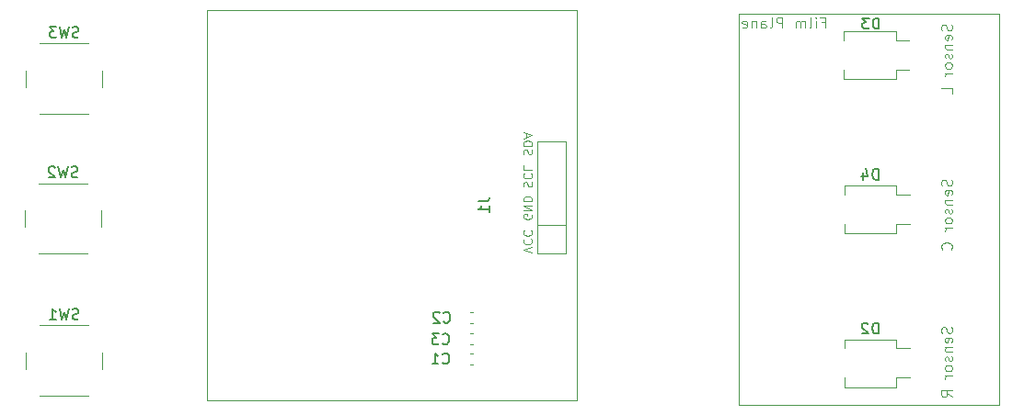
<source format=gbr>
%TF.GenerationSoftware,KiCad,Pcbnew,9.0.7*%
%TF.CreationDate,2026-01-06T19:32:14-08:00*%
%TF.ProjectId,v1.2,76312e32-2e6b-4696-9361-645f70636258,rev?*%
%TF.SameCoordinates,Original*%
%TF.FileFunction,Legend,Bot*%
%TF.FilePolarity,Positive*%
%FSLAX46Y46*%
G04 Gerber Fmt 4.6, Leading zero omitted, Abs format (unit mm)*
G04 Created by KiCad (PCBNEW 9.0.7) date 2026-01-06 19:32:14*
%MOMM*%
%LPD*%
G01*
G04 APERTURE LIST*
%ADD10C,0.100000*%
%ADD11C,0.150000*%
%ADD12C,0.120000*%
G04 APERTURE END LIST*
D10*
X131524800Y-110456265D02*
X131572419Y-110599122D01*
X131572419Y-110599122D02*
X131572419Y-110837217D01*
X131572419Y-110837217D02*
X131524800Y-110932455D01*
X131524800Y-110932455D02*
X131477180Y-110980074D01*
X131477180Y-110980074D02*
X131381942Y-111027693D01*
X131381942Y-111027693D02*
X131286704Y-111027693D01*
X131286704Y-111027693D02*
X131191466Y-110980074D01*
X131191466Y-110980074D02*
X131143847Y-110932455D01*
X131143847Y-110932455D02*
X131096228Y-110837217D01*
X131096228Y-110837217D02*
X131048609Y-110646741D01*
X131048609Y-110646741D02*
X131000990Y-110551503D01*
X131000990Y-110551503D02*
X130953371Y-110503884D01*
X130953371Y-110503884D02*
X130858133Y-110456265D01*
X130858133Y-110456265D02*
X130762895Y-110456265D01*
X130762895Y-110456265D02*
X130667657Y-110503884D01*
X130667657Y-110503884D02*
X130620038Y-110551503D01*
X130620038Y-110551503D02*
X130572419Y-110646741D01*
X130572419Y-110646741D02*
X130572419Y-110884836D01*
X130572419Y-110884836D02*
X130620038Y-111027693D01*
X131524800Y-111837217D02*
X131572419Y-111741979D01*
X131572419Y-111741979D02*
X131572419Y-111551503D01*
X131572419Y-111551503D02*
X131524800Y-111456265D01*
X131524800Y-111456265D02*
X131429561Y-111408646D01*
X131429561Y-111408646D02*
X131048609Y-111408646D01*
X131048609Y-111408646D02*
X130953371Y-111456265D01*
X130953371Y-111456265D02*
X130905752Y-111551503D01*
X130905752Y-111551503D02*
X130905752Y-111741979D01*
X130905752Y-111741979D02*
X130953371Y-111837217D01*
X130953371Y-111837217D02*
X131048609Y-111884836D01*
X131048609Y-111884836D02*
X131143847Y-111884836D01*
X131143847Y-111884836D02*
X131239085Y-111408646D01*
X130905752Y-112313408D02*
X131572419Y-112313408D01*
X131000990Y-112313408D02*
X130953371Y-112361027D01*
X130953371Y-112361027D02*
X130905752Y-112456265D01*
X130905752Y-112456265D02*
X130905752Y-112599122D01*
X130905752Y-112599122D02*
X130953371Y-112694360D01*
X130953371Y-112694360D02*
X131048609Y-112741979D01*
X131048609Y-112741979D02*
X131572419Y-112741979D01*
X131524800Y-113170551D02*
X131572419Y-113265789D01*
X131572419Y-113265789D02*
X131572419Y-113456265D01*
X131572419Y-113456265D02*
X131524800Y-113551503D01*
X131524800Y-113551503D02*
X131429561Y-113599122D01*
X131429561Y-113599122D02*
X131381942Y-113599122D01*
X131381942Y-113599122D02*
X131286704Y-113551503D01*
X131286704Y-113551503D02*
X131239085Y-113456265D01*
X131239085Y-113456265D02*
X131239085Y-113313408D01*
X131239085Y-113313408D02*
X131191466Y-113218170D01*
X131191466Y-113218170D02*
X131096228Y-113170551D01*
X131096228Y-113170551D02*
X131048609Y-113170551D01*
X131048609Y-113170551D02*
X130953371Y-113218170D01*
X130953371Y-113218170D02*
X130905752Y-113313408D01*
X130905752Y-113313408D02*
X130905752Y-113456265D01*
X130905752Y-113456265D02*
X130953371Y-113551503D01*
X131572419Y-114170551D02*
X131524800Y-114075313D01*
X131524800Y-114075313D02*
X131477180Y-114027694D01*
X131477180Y-114027694D02*
X131381942Y-113980075D01*
X131381942Y-113980075D02*
X131096228Y-113980075D01*
X131096228Y-113980075D02*
X131000990Y-114027694D01*
X131000990Y-114027694D02*
X130953371Y-114075313D01*
X130953371Y-114075313D02*
X130905752Y-114170551D01*
X130905752Y-114170551D02*
X130905752Y-114313408D01*
X130905752Y-114313408D02*
X130953371Y-114408646D01*
X130953371Y-114408646D02*
X131000990Y-114456265D01*
X131000990Y-114456265D02*
X131096228Y-114503884D01*
X131096228Y-114503884D02*
X131381942Y-114503884D01*
X131381942Y-114503884D02*
X131477180Y-114456265D01*
X131477180Y-114456265D02*
X131524800Y-114408646D01*
X131524800Y-114408646D02*
X131572419Y-114313408D01*
X131572419Y-114313408D02*
X131572419Y-114170551D01*
X131572419Y-114932456D02*
X130905752Y-114932456D01*
X131096228Y-114932456D02*
X131000990Y-114980075D01*
X131000990Y-114980075D02*
X130953371Y-115027694D01*
X130953371Y-115027694D02*
X130905752Y-115122932D01*
X130905752Y-115122932D02*
X130905752Y-115218170D01*
X131572419Y-116789599D02*
X131572419Y-116313409D01*
X131572419Y-116313409D02*
X130572419Y-116313409D01*
X131524800Y-138356265D02*
X131572419Y-138499122D01*
X131572419Y-138499122D02*
X131572419Y-138737217D01*
X131572419Y-138737217D02*
X131524800Y-138832455D01*
X131524800Y-138832455D02*
X131477180Y-138880074D01*
X131477180Y-138880074D02*
X131381942Y-138927693D01*
X131381942Y-138927693D02*
X131286704Y-138927693D01*
X131286704Y-138927693D02*
X131191466Y-138880074D01*
X131191466Y-138880074D02*
X131143847Y-138832455D01*
X131143847Y-138832455D02*
X131096228Y-138737217D01*
X131096228Y-138737217D02*
X131048609Y-138546741D01*
X131048609Y-138546741D02*
X131000990Y-138451503D01*
X131000990Y-138451503D02*
X130953371Y-138403884D01*
X130953371Y-138403884D02*
X130858133Y-138356265D01*
X130858133Y-138356265D02*
X130762895Y-138356265D01*
X130762895Y-138356265D02*
X130667657Y-138403884D01*
X130667657Y-138403884D02*
X130620038Y-138451503D01*
X130620038Y-138451503D02*
X130572419Y-138546741D01*
X130572419Y-138546741D02*
X130572419Y-138784836D01*
X130572419Y-138784836D02*
X130620038Y-138927693D01*
X131524800Y-139737217D02*
X131572419Y-139641979D01*
X131572419Y-139641979D02*
X131572419Y-139451503D01*
X131572419Y-139451503D02*
X131524800Y-139356265D01*
X131524800Y-139356265D02*
X131429561Y-139308646D01*
X131429561Y-139308646D02*
X131048609Y-139308646D01*
X131048609Y-139308646D02*
X130953371Y-139356265D01*
X130953371Y-139356265D02*
X130905752Y-139451503D01*
X130905752Y-139451503D02*
X130905752Y-139641979D01*
X130905752Y-139641979D02*
X130953371Y-139737217D01*
X130953371Y-139737217D02*
X131048609Y-139784836D01*
X131048609Y-139784836D02*
X131143847Y-139784836D01*
X131143847Y-139784836D02*
X131239085Y-139308646D01*
X130905752Y-140213408D02*
X131572419Y-140213408D01*
X131000990Y-140213408D02*
X130953371Y-140261027D01*
X130953371Y-140261027D02*
X130905752Y-140356265D01*
X130905752Y-140356265D02*
X130905752Y-140499122D01*
X130905752Y-140499122D02*
X130953371Y-140594360D01*
X130953371Y-140594360D02*
X131048609Y-140641979D01*
X131048609Y-140641979D02*
X131572419Y-140641979D01*
X131524800Y-141070551D02*
X131572419Y-141165789D01*
X131572419Y-141165789D02*
X131572419Y-141356265D01*
X131572419Y-141356265D02*
X131524800Y-141451503D01*
X131524800Y-141451503D02*
X131429561Y-141499122D01*
X131429561Y-141499122D02*
X131381942Y-141499122D01*
X131381942Y-141499122D02*
X131286704Y-141451503D01*
X131286704Y-141451503D02*
X131239085Y-141356265D01*
X131239085Y-141356265D02*
X131239085Y-141213408D01*
X131239085Y-141213408D02*
X131191466Y-141118170D01*
X131191466Y-141118170D02*
X131096228Y-141070551D01*
X131096228Y-141070551D02*
X131048609Y-141070551D01*
X131048609Y-141070551D02*
X130953371Y-141118170D01*
X130953371Y-141118170D02*
X130905752Y-141213408D01*
X130905752Y-141213408D02*
X130905752Y-141356265D01*
X130905752Y-141356265D02*
X130953371Y-141451503D01*
X131572419Y-142070551D02*
X131524800Y-141975313D01*
X131524800Y-141975313D02*
X131477180Y-141927694D01*
X131477180Y-141927694D02*
X131381942Y-141880075D01*
X131381942Y-141880075D02*
X131096228Y-141880075D01*
X131096228Y-141880075D02*
X131000990Y-141927694D01*
X131000990Y-141927694D02*
X130953371Y-141975313D01*
X130953371Y-141975313D02*
X130905752Y-142070551D01*
X130905752Y-142070551D02*
X130905752Y-142213408D01*
X130905752Y-142213408D02*
X130953371Y-142308646D01*
X130953371Y-142308646D02*
X131000990Y-142356265D01*
X131000990Y-142356265D02*
X131096228Y-142403884D01*
X131096228Y-142403884D02*
X131381942Y-142403884D01*
X131381942Y-142403884D02*
X131477180Y-142356265D01*
X131477180Y-142356265D02*
X131524800Y-142308646D01*
X131524800Y-142308646D02*
X131572419Y-142213408D01*
X131572419Y-142213408D02*
X131572419Y-142070551D01*
X131572419Y-142832456D02*
X130905752Y-142832456D01*
X131096228Y-142832456D02*
X131000990Y-142880075D01*
X131000990Y-142880075D02*
X130953371Y-142927694D01*
X130953371Y-142927694D02*
X130905752Y-143022932D01*
X130905752Y-143022932D02*
X130905752Y-143118170D01*
X131572419Y-144784837D02*
X131096228Y-144451504D01*
X131572419Y-144213409D02*
X130572419Y-144213409D01*
X130572419Y-144213409D02*
X130572419Y-144594361D01*
X130572419Y-144594361D02*
X130620038Y-144689599D01*
X130620038Y-144689599D02*
X130667657Y-144737218D01*
X130667657Y-144737218D02*
X130762895Y-144784837D01*
X130762895Y-144784837D02*
X130905752Y-144784837D01*
X130905752Y-144784837D02*
X131000990Y-144737218D01*
X131000990Y-144737218D02*
X131048609Y-144689599D01*
X131048609Y-144689599D02*
X131096228Y-144594361D01*
X131096228Y-144594361D02*
X131096228Y-144213409D01*
X131524800Y-124756265D02*
X131572419Y-124899122D01*
X131572419Y-124899122D02*
X131572419Y-125137217D01*
X131572419Y-125137217D02*
X131524800Y-125232455D01*
X131524800Y-125232455D02*
X131477180Y-125280074D01*
X131477180Y-125280074D02*
X131381942Y-125327693D01*
X131381942Y-125327693D02*
X131286704Y-125327693D01*
X131286704Y-125327693D02*
X131191466Y-125280074D01*
X131191466Y-125280074D02*
X131143847Y-125232455D01*
X131143847Y-125232455D02*
X131096228Y-125137217D01*
X131096228Y-125137217D02*
X131048609Y-124946741D01*
X131048609Y-124946741D02*
X131000990Y-124851503D01*
X131000990Y-124851503D02*
X130953371Y-124803884D01*
X130953371Y-124803884D02*
X130858133Y-124756265D01*
X130858133Y-124756265D02*
X130762895Y-124756265D01*
X130762895Y-124756265D02*
X130667657Y-124803884D01*
X130667657Y-124803884D02*
X130620038Y-124851503D01*
X130620038Y-124851503D02*
X130572419Y-124946741D01*
X130572419Y-124946741D02*
X130572419Y-125184836D01*
X130572419Y-125184836D02*
X130620038Y-125327693D01*
X131524800Y-126137217D02*
X131572419Y-126041979D01*
X131572419Y-126041979D02*
X131572419Y-125851503D01*
X131572419Y-125851503D02*
X131524800Y-125756265D01*
X131524800Y-125756265D02*
X131429561Y-125708646D01*
X131429561Y-125708646D02*
X131048609Y-125708646D01*
X131048609Y-125708646D02*
X130953371Y-125756265D01*
X130953371Y-125756265D02*
X130905752Y-125851503D01*
X130905752Y-125851503D02*
X130905752Y-126041979D01*
X130905752Y-126041979D02*
X130953371Y-126137217D01*
X130953371Y-126137217D02*
X131048609Y-126184836D01*
X131048609Y-126184836D02*
X131143847Y-126184836D01*
X131143847Y-126184836D02*
X131239085Y-125708646D01*
X130905752Y-126613408D02*
X131572419Y-126613408D01*
X131000990Y-126613408D02*
X130953371Y-126661027D01*
X130953371Y-126661027D02*
X130905752Y-126756265D01*
X130905752Y-126756265D02*
X130905752Y-126899122D01*
X130905752Y-126899122D02*
X130953371Y-126994360D01*
X130953371Y-126994360D02*
X131048609Y-127041979D01*
X131048609Y-127041979D02*
X131572419Y-127041979D01*
X131524800Y-127470551D02*
X131572419Y-127565789D01*
X131572419Y-127565789D02*
X131572419Y-127756265D01*
X131572419Y-127756265D02*
X131524800Y-127851503D01*
X131524800Y-127851503D02*
X131429561Y-127899122D01*
X131429561Y-127899122D02*
X131381942Y-127899122D01*
X131381942Y-127899122D02*
X131286704Y-127851503D01*
X131286704Y-127851503D02*
X131239085Y-127756265D01*
X131239085Y-127756265D02*
X131239085Y-127613408D01*
X131239085Y-127613408D02*
X131191466Y-127518170D01*
X131191466Y-127518170D02*
X131096228Y-127470551D01*
X131096228Y-127470551D02*
X131048609Y-127470551D01*
X131048609Y-127470551D02*
X130953371Y-127518170D01*
X130953371Y-127518170D02*
X130905752Y-127613408D01*
X130905752Y-127613408D02*
X130905752Y-127756265D01*
X130905752Y-127756265D02*
X130953371Y-127851503D01*
X131572419Y-128470551D02*
X131524800Y-128375313D01*
X131524800Y-128375313D02*
X131477180Y-128327694D01*
X131477180Y-128327694D02*
X131381942Y-128280075D01*
X131381942Y-128280075D02*
X131096228Y-128280075D01*
X131096228Y-128280075D02*
X131000990Y-128327694D01*
X131000990Y-128327694D02*
X130953371Y-128375313D01*
X130953371Y-128375313D02*
X130905752Y-128470551D01*
X130905752Y-128470551D02*
X130905752Y-128613408D01*
X130905752Y-128613408D02*
X130953371Y-128708646D01*
X130953371Y-128708646D02*
X131000990Y-128756265D01*
X131000990Y-128756265D02*
X131096228Y-128803884D01*
X131096228Y-128803884D02*
X131381942Y-128803884D01*
X131381942Y-128803884D02*
X131477180Y-128756265D01*
X131477180Y-128756265D02*
X131524800Y-128708646D01*
X131524800Y-128708646D02*
X131572419Y-128613408D01*
X131572419Y-128613408D02*
X131572419Y-128470551D01*
X131572419Y-129232456D02*
X130905752Y-129232456D01*
X131096228Y-129232456D02*
X131000990Y-129280075D01*
X131000990Y-129280075D02*
X130953371Y-129327694D01*
X130953371Y-129327694D02*
X130905752Y-129422932D01*
X130905752Y-129422932D02*
X130905752Y-129518170D01*
X131477180Y-131184837D02*
X131524800Y-131137218D01*
X131524800Y-131137218D02*
X131572419Y-130994361D01*
X131572419Y-130994361D02*
X131572419Y-130899123D01*
X131572419Y-130899123D02*
X131524800Y-130756266D01*
X131524800Y-130756266D02*
X131429561Y-130661028D01*
X131429561Y-130661028D02*
X131334323Y-130613409D01*
X131334323Y-130613409D02*
X131143847Y-130565790D01*
X131143847Y-130565790D02*
X131000990Y-130565790D01*
X131000990Y-130565790D02*
X130810514Y-130613409D01*
X130810514Y-130613409D02*
X130715276Y-130661028D01*
X130715276Y-130661028D02*
X130620038Y-130756266D01*
X130620038Y-130756266D02*
X130572419Y-130899123D01*
X130572419Y-130899123D02*
X130572419Y-130994361D01*
X130572419Y-130994361D02*
X130620038Y-131137218D01*
X130620038Y-131137218D02*
X130667657Y-131184837D01*
X119562782Y-110248609D02*
X119896115Y-110248609D01*
X119896115Y-110772419D02*
X119896115Y-109772419D01*
X119896115Y-109772419D02*
X119419925Y-109772419D01*
X119038972Y-110772419D02*
X119038972Y-110105752D01*
X119038972Y-109772419D02*
X119086591Y-109820038D01*
X119086591Y-109820038D02*
X119038972Y-109867657D01*
X119038972Y-109867657D02*
X118991353Y-109820038D01*
X118991353Y-109820038D02*
X119038972Y-109772419D01*
X119038972Y-109772419D02*
X119038972Y-109867657D01*
X118419925Y-110772419D02*
X118515163Y-110724800D01*
X118515163Y-110724800D02*
X118562782Y-110629561D01*
X118562782Y-110629561D02*
X118562782Y-109772419D01*
X118038972Y-110772419D02*
X118038972Y-110105752D01*
X118038972Y-110200990D02*
X117991353Y-110153371D01*
X117991353Y-110153371D02*
X117896115Y-110105752D01*
X117896115Y-110105752D02*
X117753258Y-110105752D01*
X117753258Y-110105752D02*
X117658020Y-110153371D01*
X117658020Y-110153371D02*
X117610401Y-110248609D01*
X117610401Y-110248609D02*
X117610401Y-110772419D01*
X117610401Y-110248609D02*
X117562782Y-110153371D01*
X117562782Y-110153371D02*
X117467544Y-110105752D01*
X117467544Y-110105752D02*
X117324687Y-110105752D01*
X117324687Y-110105752D02*
X117229448Y-110153371D01*
X117229448Y-110153371D02*
X117181829Y-110248609D01*
X117181829Y-110248609D02*
X117181829Y-110772419D01*
X115943734Y-110772419D02*
X115943734Y-109772419D01*
X115943734Y-109772419D02*
X115562782Y-109772419D01*
X115562782Y-109772419D02*
X115467544Y-109820038D01*
X115467544Y-109820038D02*
X115419925Y-109867657D01*
X115419925Y-109867657D02*
X115372306Y-109962895D01*
X115372306Y-109962895D02*
X115372306Y-110105752D01*
X115372306Y-110105752D02*
X115419925Y-110200990D01*
X115419925Y-110200990D02*
X115467544Y-110248609D01*
X115467544Y-110248609D02*
X115562782Y-110296228D01*
X115562782Y-110296228D02*
X115943734Y-110296228D01*
X114800877Y-110772419D02*
X114896115Y-110724800D01*
X114896115Y-110724800D02*
X114943734Y-110629561D01*
X114943734Y-110629561D02*
X114943734Y-109772419D01*
X113991353Y-110772419D02*
X113991353Y-110248609D01*
X113991353Y-110248609D02*
X114038972Y-110153371D01*
X114038972Y-110153371D02*
X114134210Y-110105752D01*
X114134210Y-110105752D02*
X114324686Y-110105752D01*
X114324686Y-110105752D02*
X114419924Y-110153371D01*
X113991353Y-110724800D02*
X114086591Y-110772419D01*
X114086591Y-110772419D02*
X114324686Y-110772419D01*
X114324686Y-110772419D02*
X114419924Y-110724800D01*
X114419924Y-110724800D02*
X114467543Y-110629561D01*
X114467543Y-110629561D02*
X114467543Y-110534323D01*
X114467543Y-110534323D02*
X114419924Y-110439085D01*
X114419924Y-110439085D02*
X114324686Y-110391466D01*
X114324686Y-110391466D02*
X114086591Y-110391466D01*
X114086591Y-110391466D02*
X113991353Y-110343847D01*
X113515162Y-110105752D02*
X113515162Y-110772419D01*
X113515162Y-110200990D02*
X113467543Y-110153371D01*
X113467543Y-110153371D02*
X113372305Y-110105752D01*
X113372305Y-110105752D02*
X113229448Y-110105752D01*
X113229448Y-110105752D02*
X113134210Y-110153371D01*
X113134210Y-110153371D02*
X113086591Y-110248609D01*
X113086591Y-110248609D02*
X113086591Y-110772419D01*
X112229448Y-110724800D02*
X112324686Y-110772419D01*
X112324686Y-110772419D02*
X112515162Y-110772419D01*
X112515162Y-110772419D02*
X112610400Y-110724800D01*
X112610400Y-110724800D02*
X112658019Y-110629561D01*
X112658019Y-110629561D02*
X112658019Y-110248609D01*
X112658019Y-110248609D02*
X112610400Y-110153371D01*
X112610400Y-110153371D02*
X112515162Y-110105752D01*
X112515162Y-110105752D02*
X112324686Y-110105752D01*
X112324686Y-110105752D02*
X112229448Y-110153371D01*
X112229448Y-110153371D02*
X112181829Y-110248609D01*
X112181829Y-110248609D02*
X112181829Y-110343847D01*
X112181829Y-110343847D02*
X112658019Y-110439085D01*
X111900000Y-109500000D02*
X135900000Y-109500000D01*
X135900000Y-145500000D01*
X111900000Y-145500000D01*
X111900000Y-109500000D01*
D11*
X51183332Y-111607200D02*
X51040475Y-111654819D01*
X51040475Y-111654819D02*
X50802380Y-111654819D01*
X50802380Y-111654819D02*
X50707142Y-111607200D01*
X50707142Y-111607200D02*
X50659523Y-111559580D01*
X50659523Y-111559580D02*
X50611904Y-111464342D01*
X50611904Y-111464342D02*
X50611904Y-111369104D01*
X50611904Y-111369104D02*
X50659523Y-111273866D01*
X50659523Y-111273866D02*
X50707142Y-111226247D01*
X50707142Y-111226247D02*
X50802380Y-111178628D01*
X50802380Y-111178628D02*
X50992856Y-111131009D01*
X50992856Y-111131009D02*
X51088094Y-111083390D01*
X51088094Y-111083390D02*
X51135713Y-111035771D01*
X51135713Y-111035771D02*
X51183332Y-110940533D01*
X51183332Y-110940533D02*
X51183332Y-110845295D01*
X51183332Y-110845295D02*
X51135713Y-110750057D01*
X51135713Y-110750057D02*
X51088094Y-110702438D01*
X51088094Y-110702438D02*
X50992856Y-110654819D01*
X50992856Y-110654819D02*
X50754761Y-110654819D01*
X50754761Y-110654819D02*
X50611904Y-110702438D01*
X50278570Y-110654819D02*
X50040475Y-111654819D01*
X50040475Y-111654819D02*
X49849999Y-110940533D01*
X49849999Y-110940533D02*
X49659523Y-111654819D01*
X49659523Y-111654819D02*
X49421428Y-110654819D01*
X49135713Y-110654819D02*
X48516666Y-110654819D01*
X48516666Y-110654819D02*
X48849999Y-111035771D01*
X48849999Y-111035771D02*
X48707142Y-111035771D01*
X48707142Y-111035771D02*
X48611904Y-111083390D01*
X48611904Y-111083390D02*
X48564285Y-111131009D01*
X48564285Y-111131009D02*
X48516666Y-111226247D01*
X48516666Y-111226247D02*
X48516666Y-111464342D01*
X48516666Y-111464342D02*
X48564285Y-111559580D01*
X48564285Y-111559580D02*
X48611904Y-111607200D01*
X48611904Y-111607200D02*
X48707142Y-111654819D01*
X48707142Y-111654819D02*
X48992856Y-111654819D01*
X48992856Y-111654819D02*
X49088094Y-111607200D01*
X49088094Y-111607200D02*
X49135713Y-111559580D01*
X51083332Y-124507200D02*
X50940475Y-124554819D01*
X50940475Y-124554819D02*
X50702380Y-124554819D01*
X50702380Y-124554819D02*
X50607142Y-124507200D01*
X50607142Y-124507200D02*
X50559523Y-124459580D01*
X50559523Y-124459580D02*
X50511904Y-124364342D01*
X50511904Y-124364342D02*
X50511904Y-124269104D01*
X50511904Y-124269104D02*
X50559523Y-124173866D01*
X50559523Y-124173866D02*
X50607142Y-124126247D01*
X50607142Y-124126247D02*
X50702380Y-124078628D01*
X50702380Y-124078628D02*
X50892856Y-124031009D01*
X50892856Y-124031009D02*
X50988094Y-123983390D01*
X50988094Y-123983390D02*
X51035713Y-123935771D01*
X51035713Y-123935771D02*
X51083332Y-123840533D01*
X51083332Y-123840533D02*
X51083332Y-123745295D01*
X51083332Y-123745295D02*
X51035713Y-123650057D01*
X51035713Y-123650057D02*
X50988094Y-123602438D01*
X50988094Y-123602438D02*
X50892856Y-123554819D01*
X50892856Y-123554819D02*
X50654761Y-123554819D01*
X50654761Y-123554819D02*
X50511904Y-123602438D01*
X50178570Y-123554819D02*
X49940475Y-124554819D01*
X49940475Y-124554819D02*
X49749999Y-123840533D01*
X49749999Y-123840533D02*
X49559523Y-124554819D01*
X49559523Y-124554819D02*
X49321428Y-123554819D01*
X48988094Y-123650057D02*
X48940475Y-123602438D01*
X48940475Y-123602438D02*
X48845237Y-123554819D01*
X48845237Y-123554819D02*
X48607142Y-123554819D01*
X48607142Y-123554819D02*
X48511904Y-123602438D01*
X48511904Y-123602438D02*
X48464285Y-123650057D01*
X48464285Y-123650057D02*
X48416666Y-123745295D01*
X48416666Y-123745295D02*
X48416666Y-123840533D01*
X48416666Y-123840533D02*
X48464285Y-123983390D01*
X48464285Y-123983390D02*
X49035713Y-124554819D01*
X49035713Y-124554819D02*
X48416666Y-124554819D01*
X51183332Y-137607200D02*
X51040475Y-137654819D01*
X51040475Y-137654819D02*
X50802380Y-137654819D01*
X50802380Y-137654819D02*
X50707142Y-137607200D01*
X50707142Y-137607200D02*
X50659523Y-137559580D01*
X50659523Y-137559580D02*
X50611904Y-137464342D01*
X50611904Y-137464342D02*
X50611904Y-137369104D01*
X50611904Y-137369104D02*
X50659523Y-137273866D01*
X50659523Y-137273866D02*
X50707142Y-137226247D01*
X50707142Y-137226247D02*
X50802380Y-137178628D01*
X50802380Y-137178628D02*
X50992856Y-137131009D01*
X50992856Y-137131009D02*
X51088094Y-137083390D01*
X51088094Y-137083390D02*
X51135713Y-137035771D01*
X51135713Y-137035771D02*
X51183332Y-136940533D01*
X51183332Y-136940533D02*
X51183332Y-136845295D01*
X51183332Y-136845295D02*
X51135713Y-136750057D01*
X51135713Y-136750057D02*
X51088094Y-136702438D01*
X51088094Y-136702438D02*
X50992856Y-136654819D01*
X50992856Y-136654819D02*
X50754761Y-136654819D01*
X50754761Y-136654819D02*
X50611904Y-136702438D01*
X50278570Y-136654819D02*
X50040475Y-137654819D01*
X50040475Y-137654819D02*
X49849999Y-136940533D01*
X49849999Y-136940533D02*
X49659523Y-137654819D01*
X49659523Y-137654819D02*
X49421428Y-136654819D01*
X48516666Y-137654819D02*
X49088094Y-137654819D01*
X48802380Y-137654819D02*
X48802380Y-136654819D01*
X48802380Y-136654819D02*
X48897618Y-136797676D01*
X48897618Y-136797676D02*
X48992856Y-136892914D01*
X48992856Y-136892914D02*
X49088094Y-136940533D01*
X124778094Y-138954819D02*
X124778094Y-137954819D01*
X124778094Y-137954819D02*
X124539999Y-137954819D01*
X124539999Y-137954819D02*
X124397142Y-138002438D01*
X124397142Y-138002438D02*
X124301904Y-138097676D01*
X124301904Y-138097676D02*
X124254285Y-138192914D01*
X124254285Y-138192914D02*
X124206666Y-138383390D01*
X124206666Y-138383390D02*
X124206666Y-138526247D01*
X124206666Y-138526247D02*
X124254285Y-138716723D01*
X124254285Y-138716723D02*
X124301904Y-138811961D01*
X124301904Y-138811961D02*
X124397142Y-138907200D01*
X124397142Y-138907200D02*
X124539999Y-138954819D01*
X124539999Y-138954819D02*
X124778094Y-138954819D01*
X123825713Y-138050057D02*
X123778094Y-138002438D01*
X123778094Y-138002438D02*
X123682856Y-137954819D01*
X123682856Y-137954819D02*
X123444761Y-137954819D01*
X123444761Y-137954819D02*
X123349523Y-138002438D01*
X123349523Y-138002438D02*
X123301904Y-138050057D01*
X123301904Y-138050057D02*
X123254285Y-138145295D01*
X123254285Y-138145295D02*
X123254285Y-138240533D01*
X123254285Y-138240533D02*
X123301904Y-138383390D01*
X123301904Y-138383390D02*
X123873332Y-138954819D01*
X123873332Y-138954819D02*
X123254285Y-138954819D01*
X124838094Y-110854819D02*
X124838094Y-109854819D01*
X124838094Y-109854819D02*
X124599999Y-109854819D01*
X124599999Y-109854819D02*
X124457142Y-109902438D01*
X124457142Y-109902438D02*
X124361904Y-109997676D01*
X124361904Y-109997676D02*
X124314285Y-110092914D01*
X124314285Y-110092914D02*
X124266666Y-110283390D01*
X124266666Y-110283390D02*
X124266666Y-110426247D01*
X124266666Y-110426247D02*
X124314285Y-110616723D01*
X124314285Y-110616723D02*
X124361904Y-110711961D01*
X124361904Y-110711961D02*
X124457142Y-110807200D01*
X124457142Y-110807200D02*
X124599999Y-110854819D01*
X124599999Y-110854819D02*
X124838094Y-110854819D01*
X123933332Y-109854819D02*
X123314285Y-109854819D01*
X123314285Y-109854819D02*
X123647618Y-110235771D01*
X123647618Y-110235771D02*
X123504761Y-110235771D01*
X123504761Y-110235771D02*
X123409523Y-110283390D01*
X123409523Y-110283390D02*
X123361904Y-110331009D01*
X123361904Y-110331009D02*
X123314285Y-110426247D01*
X123314285Y-110426247D02*
X123314285Y-110664342D01*
X123314285Y-110664342D02*
X123361904Y-110759580D01*
X123361904Y-110759580D02*
X123409523Y-110807200D01*
X123409523Y-110807200D02*
X123504761Y-110854819D01*
X123504761Y-110854819D02*
X123790475Y-110854819D01*
X123790475Y-110854819D02*
X123885713Y-110807200D01*
X123885713Y-110807200D02*
X123933332Y-110759580D01*
X124778094Y-124754819D02*
X124778094Y-123754819D01*
X124778094Y-123754819D02*
X124539999Y-123754819D01*
X124539999Y-123754819D02*
X124397142Y-123802438D01*
X124397142Y-123802438D02*
X124301904Y-123897676D01*
X124301904Y-123897676D02*
X124254285Y-123992914D01*
X124254285Y-123992914D02*
X124206666Y-124183390D01*
X124206666Y-124183390D02*
X124206666Y-124326247D01*
X124206666Y-124326247D02*
X124254285Y-124516723D01*
X124254285Y-124516723D02*
X124301904Y-124611961D01*
X124301904Y-124611961D02*
X124397142Y-124707200D01*
X124397142Y-124707200D02*
X124539999Y-124754819D01*
X124539999Y-124754819D02*
X124778094Y-124754819D01*
X123349523Y-124088152D02*
X123349523Y-124754819D01*
X123587618Y-123707200D02*
X123825713Y-124421485D01*
X123825713Y-124421485D02*
X123206666Y-124421485D01*
X87954819Y-126766666D02*
X88669104Y-126766666D01*
X88669104Y-126766666D02*
X88811961Y-126719047D01*
X88811961Y-126719047D02*
X88907200Y-126623809D01*
X88907200Y-126623809D02*
X88954819Y-126480952D01*
X88954819Y-126480952D02*
X88954819Y-126385714D01*
X88954819Y-127766666D02*
X88954819Y-127195238D01*
X88954819Y-127480952D02*
X87954819Y-127480952D01*
X87954819Y-127480952D02*
X88097676Y-127385714D01*
X88097676Y-127385714D02*
X88192914Y-127290476D01*
X88192914Y-127290476D02*
X88240533Y-127195238D01*
D10*
X92913104Y-131498020D02*
X92113104Y-131231353D01*
X92113104Y-131231353D02*
X92913104Y-130964687D01*
X92189295Y-130240877D02*
X92151200Y-130278973D01*
X92151200Y-130278973D02*
X92113104Y-130393258D01*
X92113104Y-130393258D02*
X92113104Y-130469449D01*
X92113104Y-130469449D02*
X92151200Y-130583735D01*
X92151200Y-130583735D02*
X92227390Y-130659925D01*
X92227390Y-130659925D02*
X92303580Y-130698020D01*
X92303580Y-130698020D02*
X92455961Y-130736116D01*
X92455961Y-130736116D02*
X92570247Y-130736116D01*
X92570247Y-130736116D02*
X92722628Y-130698020D01*
X92722628Y-130698020D02*
X92798819Y-130659925D01*
X92798819Y-130659925D02*
X92875009Y-130583735D01*
X92875009Y-130583735D02*
X92913104Y-130469449D01*
X92913104Y-130469449D02*
X92913104Y-130393258D01*
X92913104Y-130393258D02*
X92875009Y-130278973D01*
X92875009Y-130278973D02*
X92836914Y-130240877D01*
X92189295Y-129440877D02*
X92151200Y-129478973D01*
X92151200Y-129478973D02*
X92113104Y-129593258D01*
X92113104Y-129593258D02*
X92113104Y-129669449D01*
X92113104Y-129669449D02*
X92151200Y-129783735D01*
X92151200Y-129783735D02*
X92227390Y-129859925D01*
X92227390Y-129859925D02*
X92303580Y-129898020D01*
X92303580Y-129898020D02*
X92455961Y-129936116D01*
X92455961Y-129936116D02*
X92570247Y-129936116D01*
X92570247Y-129936116D02*
X92722628Y-129898020D01*
X92722628Y-129898020D02*
X92798819Y-129859925D01*
X92798819Y-129859925D02*
X92875009Y-129783735D01*
X92875009Y-129783735D02*
X92913104Y-129669449D01*
X92913104Y-129669449D02*
X92913104Y-129593258D01*
X92913104Y-129593258D02*
X92875009Y-129478973D01*
X92875009Y-129478973D02*
X92836914Y-129440877D01*
X92875009Y-127964687D02*
X92913104Y-128040877D01*
X92913104Y-128040877D02*
X92913104Y-128155163D01*
X92913104Y-128155163D02*
X92875009Y-128269449D01*
X92875009Y-128269449D02*
X92798819Y-128345639D01*
X92798819Y-128345639D02*
X92722628Y-128383734D01*
X92722628Y-128383734D02*
X92570247Y-128421830D01*
X92570247Y-128421830D02*
X92455961Y-128421830D01*
X92455961Y-128421830D02*
X92303580Y-128383734D01*
X92303580Y-128383734D02*
X92227390Y-128345639D01*
X92227390Y-128345639D02*
X92151200Y-128269449D01*
X92151200Y-128269449D02*
X92113104Y-128155163D01*
X92113104Y-128155163D02*
X92113104Y-128078972D01*
X92113104Y-128078972D02*
X92151200Y-127964687D01*
X92151200Y-127964687D02*
X92189295Y-127926591D01*
X92189295Y-127926591D02*
X92455961Y-127926591D01*
X92455961Y-127926591D02*
X92455961Y-128078972D01*
X92113104Y-127583734D02*
X92913104Y-127583734D01*
X92913104Y-127583734D02*
X92113104Y-127126591D01*
X92113104Y-127126591D02*
X92913104Y-127126591D01*
X92113104Y-126745639D02*
X92913104Y-126745639D01*
X92913104Y-126745639D02*
X92913104Y-126555163D01*
X92913104Y-126555163D02*
X92875009Y-126440877D01*
X92875009Y-126440877D02*
X92798819Y-126364687D01*
X92798819Y-126364687D02*
X92722628Y-126326592D01*
X92722628Y-126326592D02*
X92570247Y-126288496D01*
X92570247Y-126288496D02*
X92455961Y-126288496D01*
X92455961Y-126288496D02*
X92303580Y-126326592D01*
X92303580Y-126326592D02*
X92227390Y-126364687D01*
X92227390Y-126364687D02*
X92151200Y-126440877D01*
X92151200Y-126440877D02*
X92113104Y-126555163D01*
X92113104Y-126555163D02*
X92113104Y-126745639D01*
X92151200Y-125421830D02*
X92113104Y-125307544D01*
X92113104Y-125307544D02*
X92113104Y-125117068D01*
X92113104Y-125117068D02*
X92151200Y-125040877D01*
X92151200Y-125040877D02*
X92189295Y-125002782D01*
X92189295Y-125002782D02*
X92265485Y-124964687D01*
X92265485Y-124964687D02*
X92341676Y-124964687D01*
X92341676Y-124964687D02*
X92417866Y-125002782D01*
X92417866Y-125002782D02*
X92455961Y-125040877D01*
X92455961Y-125040877D02*
X92494057Y-125117068D01*
X92494057Y-125117068D02*
X92532152Y-125269449D01*
X92532152Y-125269449D02*
X92570247Y-125345639D01*
X92570247Y-125345639D02*
X92608342Y-125383734D01*
X92608342Y-125383734D02*
X92684533Y-125421830D01*
X92684533Y-125421830D02*
X92760723Y-125421830D01*
X92760723Y-125421830D02*
X92836914Y-125383734D01*
X92836914Y-125383734D02*
X92875009Y-125345639D01*
X92875009Y-125345639D02*
X92913104Y-125269449D01*
X92913104Y-125269449D02*
X92913104Y-125078972D01*
X92913104Y-125078972D02*
X92875009Y-124964687D01*
X92189295Y-124164686D02*
X92151200Y-124202782D01*
X92151200Y-124202782D02*
X92113104Y-124317067D01*
X92113104Y-124317067D02*
X92113104Y-124393258D01*
X92113104Y-124393258D02*
X92151200Y-124507544D01*
X92151200Y-124507544D02*
X92227390Y-124583734D01*
X92227390Y-124583734D02*
X92303580Y-124621829D01*
X92303580Y-124621829D02*
X92455961Y-124659925D01*
X92455961Y-124659925D02*
X92570247Y-124659925D01*
X92570247Y-124659925D02*
X92722628Y-124621829D01*
X92722628Y-124621829D02*
X92798819Y-124583734D01*
X92798819Y-124583734D02*
X92875009Y-124507544D01*
X92875009Y-124507544D02*
X92913104Y-124393258D01*
X92913104Y-124393258D02*
X92913104Y-124317067D01*
X92913104Y-124317067D02*
X92875009Y-124202782D01*
X92875009Y-124202782D02*
X92836914Y-124164686D01*
X92113104Y-123440877D02*
X92113104Y-123821829D01*
X92113104Y-123821829D02*
X92913104Y-123821829D01*
X92151200Y-122421830D02*
X92113104Y-122307544D01*
X92113104Y-122307544D02*
X92113104Y-122117068D01*
X92113104Y-122117068D02*
X92151200Y-122040877D01*
X92151200Y-122040877D02*
X92189295Y-122002782D01*
X92189295Y-122002782D02*
X92265485Y-121964687D01*
X92265485Y-121964687D02*
X92341676Y-121964687D01*
X92341676Y-121964687D02*
X92417866Y-122002782D01*
X92417866Y-122002782D02*
X92455961Y-122040877D01*
X92455961Y-122040877D02*
X92494057Y-122117068D01*
X92494057Y-122117068D02*
X92532152Y-122269449D01*
X92532152Y-122269449D02*
X92570247Y-122345639D01*
X92570247Y-122345639D02*
X92608342Y-122383734D01*
X92608342Y-122383734D02*
X92684533Y-122421830D01*
X92684533Y-122421830D02*
X92760723Y-122421830D01*
X92760723Y-122421830D02*
X92836914Y-122383734D01*
X92836914Y-122383734D02*
X92875009Y-122345639D01*
X92875009Y-122345639D02*
X92913104Y-122269449D01*
X92913104Y-122269449D02*
X92913104Y-122078972D01*
X92913104Y-122078972D02*
X92875009Y-121964687D01*
X92113104Y-121621829D02*
X92913104Y-121621829D01*
X92913104Y-121621829D02*
X92913104Y-121431353D01*
X92913104Y-121431353D02*
X92875009Y-121317067D01*
X92875009Y-121317067D02*
X92798819Y-121240877D01*
X92798819Y-121240877D02*
X92722628Y-121202782D01*
X92722628Y-121202782D02*
X92570247Y-121164686D01*
X92570247Y-121164686D02*
X92455961Y-121164686D01*
X92455961Y-121164686D02*
X92303580Y-121202782D01*
X92303580Y-121202782D02*
X92227390Y-121240877D01*
X92227390Y-121240877D02*
X92151200Y-121317067D01*
X92151200Y-121317067D02*
X92113104Y-121431353D01*
X92113104Y-121431353D02*
X92113104Y-121621829D01*
X92341676Y-120859925D02*
X92341676Y-120478972D01*
X92113104Y-120936115D02*
X92913104Y-120669448D01*
X92913104Y-120669448D02*
X92113104Y-120402782D01*
D11*
X84666666Y-139859580D02*
X84714285Y-139907200D01*
X84714285Y-139907200D02*
X84857142Y-139954819D01*
X84857142Y-139954819D02*
X84952380Y-139954819D01*
X84952380Y-139954819D02*
X85095237Y-139907200D01*
X85095237Y-139907200D02*
X85190475Y-139811961D01*
X85190475Y-139811961D02*
X85238094Y-139716723D01*
X85238094Y-139716723D02*
X85285713Y-139526247D01*
X85285713Y-139526247D02*
X85285713Y-139383390D01*
X85285713Y-139383390D02*
X85238094Y-139192914D01*
X85238094Y-139192914D02*
X85190475Y-139097676D01*
X85190475Y-139097676D02*
X85095237Y-139002438D01*
X85095237Y-139002438D02*
X84952380Y-138954819D01*
X84952380Y-138954819D02*
X84857142Y-138954819D01*
X84857142Y-138954819D02*
X84714285Y-139002438D01*
X84714285Y-139002438D02*
X84666666Y-139050057D01*
X84333332Y-138954819D02*
X83714285Y-138954819D01*
X83714285Y-138954819D02*
X84047618Y-139335771D01*
X84047618Y-139335771D02*
X83904761Y-139335771D01*
X83904761Y-139335771D02*
X83809523Y-139383390D01*
X83809523Y-139383390D02*
X83761904Y-139431009D01*
X83761904Y-139431009D02*
X83714285Y-139526247D01*
X83714285Y-139526247D02*
X83714285Y-139764342D01*
X83714285Y-139764342D02*
X83761904Y-139859580D01*
X83761904Y-139859580D02*
X83809523Y-139907200D01*
X83809523Y-139907200D02*
X83904761Y-139954819D01*
X83904761Y-139954819D02*
X84190475Y-139954819D01*
X84190475Y-139954819D02*
X84285713Y-139907200D01*
X84285713Y-139907200D02*
X84333332Y-139859580D01*
X84666666Y-141659580D02*
X84714285Y-141707200D01*
X84714285Y-141707200D02*
X84857142Y-141754819D01*
X84857142Y-141754819D02*
X84952380Y-141754819D01*
X84952380Y-141754819D02*
X85095237Y-141707200D01*
X85095237Y-141707200D02*
X85190475Y-141611961D01*
X85190475Y-141611961D02*
X85238094Y-141516723D01*
X85238094Y-141516723D02*
X85285713Y-141326247D01*
X85285713Y-141326247D02*
X85285713Y-141183390D01*
X85285713Y-141183390D02*
X85238094Y-140992914D01*
X85238094Y-140992914D02*
X85190475Y-140897676D01*
X85190475Y-140897676D02*
X85095237Y-140802438D01*
X85095237Y-140802438D02*
X84952380Y-140754819D01*
X84952380Y-140754819D02*
X84857142Y-140754819D01*
X84857142Y-140754819D02*
X84714285Y-140802438D01*
X84714285Y-140802438D02*
X84666666Y-140850057D01*
X83714285Y-141754819D02*
X84285713Y-141754819D01*
X83999999Y-141754819D02*
X83999999Y-140754819D01*
X83999999Y-140754819D02*
X84095237Y-140897676D01*
X84095237Y-140897676D02*
X84190475Y-140992914D01*
X84190475Y-140992914D02*
X84285713Y-141040533D01*
X84766666Y-137859580D02*
X84814285Y-137907200D01*
X84814285Y-137907200D02*
X84957142Y-137954819D01*
X84957142Y-137954819D02*
X85052380Y-137954819D01*
X85052380Y-137954819D02*
X85195237Y-137907200D01*
X85195237Y-137907200D02*
X85290475Y-137811961D01*
X85290475Y-137811961D02*
X85338094Y-137716723D01*
X85338094Y-137716723D02*
X85385713Y-137526247D01*
X85385713Y-137526247D02*
X85385713Y-137383390D01*
X85385713Y-137383390D02*
X85338094Y-137192914D01*
X85338094Y-137192914D02*
X85290475Y-137097676D01*
X85290475Y-137097676D02*
X85195237Y-137002438D01*
X85195237Y-137002438D02*
X85052380Y-136954819D01*
X85052380Y-136954819D02*
X84957142Y-136954819D01*
X84957142Y-136954819D02*
X84814285Y-137002438D01*
X84814285Y-137002438D02*
X84766666Y-137050057D01*
X84385713Y-137050057D02*
X84338094Y-137002438D01*
X84338094Y-137002438D02*
X84242856Y-136954819D01*
X84242856Y-136954819D02*
X84004761Y-136954819D01*
X84004761Y-136954819D02*
X83909523Y-137002438D01*
X83909523Y-137002438D02*
X83861904Y-137050057D01*
X83861904Y-137050057D02*
X83814285Y-137145295D01*
X83814285Y-137145295D02*
X83814285Y-137240533D01*
X83814285Y-137240533D02*
X83861904Y-137383390D01*
X83861904Y-137383390D02*
X84433332Y-137954819D01*
X84433332Y-137954819D02*
X83814285Y-137954819D01*
D12*
%TO.C,SW3*%
X46350000Y-116200000D02*
X46350000Y-114700000D01*
X47600000Y-112200000D02*
X52100000Y-112200000D01*
X52100000Y-118700000D02*
X47600000Y-118700000D01*
X53350000Y-114700000D02*
X53350000Y-116200000D01*
%TO.C,SW2*%
X53250000Y-127600000D02*
X53250000Y-129100000D01*
X52000000Y-131600000D02*
X47500000Y-131600000D01*
X47500000Y-125100000D02*
X52000000Y-125100000D01*
X46250000Y-129100000D02*
X46250000Y-127600000D01*
%TO.C,SW1*%
X53350000Y-140700000D02*
X53350000Y-142200000D01*
X52100000Y-144700000D02*
X47600000Y-144700000D01*
X47600000Y-138200000D02*
X52100000Y-138200000D01*
X46350000Y-142200000D02*
X46350000Y-140700000D01*
%TO.C,D2*%
X127640000Y-143010000D02*
X126450000Y-143010000D01*
X126460000Y-140300000D02*
X127640000Y-140300000D01*
X126450000Y-143900000D02*
X121650000Y-143900000D01*
X126450000Y-143010000D02*
X126450000Y-143900000D01*
X126450000Y-139500000D02*
X126450000Y-140300000D01*
X121650000Y-143900000D02*
X121650000Y-143010000D01*
X121650000Y-140300000D02*
X121650000Y-139500000D01*
X121650000Y-139500000D02*
X126450000Y-139500000D01*
%TO.C,D3*%
X127590000Y-114610000D02*
X126400000Y-114610000D01*
X126410000Y-111900000D02*
X127590000Y-111900000D01*
X126400000Y-115500000D02*
X121600000Y-115500000D01*
X126400000Y-114610000D02*
X126400000Y-115500000D01*
X126400000Y-111100000D02*
X126400000Y-111900000D01*
X121600000Y-115500000D02*
X121600000Y-114610000D01*
X121600000Y-111900000D02*
X121600000Y-111100000D01*
X121600000Y-111100000D02*
X126400000Y-111100000D01*
%TO.C,D4*%
X127640000Y-128810000D02*
X126450000Y-128810000D01*
X126460000Y-126100000D02*
X127640000Y-126100000D01*
X126450000Y-129700000D02*
X121650000Y-129700000D01*
X126450000Y-128810000D02*
X126450000Y-129700000D01*
X126450000Y-125300000D02*
X126450000Y-126100000D01*
X121650000Y-129700000D02*
X121650000Y-128810000D01*
X121650000Y-126100000D02*
X121650000Y-125300000D01*
X121650000Y-125300000D02*
X126450000Y-125300000D01*
%TO.C,J1*%
D10*
X97010000Y-145140000D02*
X63010000Y-145140000D01*
X63010000Y-109140000D01*
X97010000Y-109140000D01*
X97010000Y-145140000D01*
D12*
X96010000Y-131570000D02*
X93390000Y-131570000D01*
X93390000Y-121250000D01*
X96010000Y-121250000D01*
X96010000Y-131570000D01*
X96010000Y-128950000D02*
X93390000Y-128950000D01*
%TO.C,C3*%
X87465580Y-138890000D02*
X87184420Y-138890000D01*
X87465580Y-139910000D02*
X87184420Y-139910000D01*
%TO.C,C1*%
X87465580Y-140790000D02*
X87184420Y-140790000D01*
X87465580Y-141810000D02*
X87184420Y-141810000D01*
%TO.C,C2*%
X87465580Y-136990000D02*
X87184420Y-136990000D01*
X87465580Y-138010000D02*
X87184420Y-138010000D01*
%TD*%
M02*

</source>
